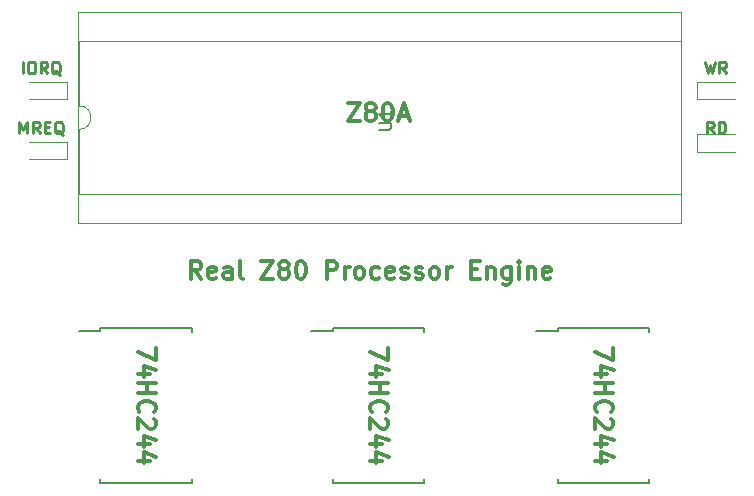
<source format=gbr>
G04 #@! TF.FileFunction,Legend,Top*
%FSLAX46Y46*%
G04 Gerber Fmt 4.6, Leading zero omitted, Abs format (unit mm)*
G04 Created by KiCad (PCBNEW 4.0.7) date 01/21/18 10:34:35*
%MOMM*%
%LPD*%
G01*
G04 APERTURE LIST*
%ADD10C,0.100000*%
%ADD11C,0.300000*%
%ADD12C,0.250000*%
%ADD13C,0.120000*%
%ADD14C,0.150000*%
G04 APERTURE END LIST*
D10*
D11*
X144966429Y-92897144D02*
X144966429Y-93897144D01*
X143466429Y-93254287D01*
X144466429Y-95111429D02*
X143466429Y-95111429D01*
X145037857Y-94754286D02*
X143966429Y-94397143D01*
X143966429Y-95325715D01*
X143466429Y-95897143D02*
X144966429Y-95897143D01*
X144252143Y-95897143D02*
X144252143Y-96754286D01*
X143466429Y-96754286D02*
X144966429Y-96754286D01*
X143609286Y-98325715D02*
X143537857Y-98254286D01*
X143466429Y-98040000D01*
X143466429Y-97897143D01*
X143537857Y-97682858D01*
X143680714Y-97540000D01*
X143823571Y-97468572D01*
X144109286Y-97397143D01*
X144323571Y-97397143D01*
X144609286Y-97468572D01*
X144752143Y-97540000D01*
X144895000Y-97682858D01*
X144966429Y-97897143D01*
X144966429Y-98040000D01*
X144895000Y-98254286D01*
X144823571Y-98325715D01*
X144823571Y-98897143D02*
X144895000Y-98968572D01*
X144966429Y-99111429D01*
X144966429Y-99468572D01*
X144895000Y-99611429D01*
X144823571Y-99682858D01*
X144680714Y-99754286D01*
X144537857Y-99754286D01*
X144323571Y-99682858D01*
X143466429Y-98825715D01*
X143466429Y-99754286D01*
X144466429Y-101040000D02*
X143466429Y-101040000D01*
X145037857Y-100682857D02*
X143966429Y-100325714D01*
X143966429Y-101254286D01*
X144466429Y-102468571D02*
X143466429Y-102468571D01*
X145037857Y-102111428D02*
X143966429Y-101754285D01*
X143966429Y-102682857D01*
X125916429Y-92897144D02*
X125916429Y-93897144D01*
X124416429Y-93254287D01*
X125416429Y-95111429D02*
X124416429Y-95111429D01*
X125987857Y-94754286D02*
X124916429Y-94397143D01*
X124916429Y-95325715D01*
X124416429Y-95897143D02*
X125916429Y-95897143D01*
X125202143Y-95897143D02*
X125202143Y-96754286D01*
X124416429Y-96754286D02*
X125916429Y-96754286D01*
X124559286Y-98325715D02*
X124487857Y-98254286D01*
X124416429Y-98040000D01*
X124416429Y-97897143D01*
X124487857Y-97682858D01*
X124630714Y-97540000D01*
X124773571Y-97468572D01*
X125059286Y-97397143D01*
X125273571Y-97397143D01*
X125559286Y-97468572D01*
X125702143Y-97540000D01*
X125845000Y-97682858D01*
X125916429Y-97897143D01*
X125916429Y-98040000D01*
X125845000Y-98254286D01*
X125773571Y-98325715D01*
X125773571Y-98897143D02*
X125845000Y-98968572D01*
X125916429Y-99111429D01*
X125916429Y-99468572D01*
X125845000Y-99611429D01*
X125773571Y-99682858D01*
X125630714Y-99754286D01*
X125487857Y-99754286D01*
X125273571Y-99682858D01*
X124416429Y-98825715D01*
X124416429Y-99754286D01*
X125416429Y-101040000D02*
X124416429Y-101040000D01*
X125987857Y-100682857D02*
X124916429Y-100325714D01*
X124916429Y-101254286D01*
X125416429Y-102468571D02*
X124416429Y-102468571D01*
X125987857Y-102111428D02*
X124916429Y-101754285D01*
X124916429Y-102682857D01*
X106231429Y-92897144D02*
X106231429Y-93897144D01*
X104731429Y-93254287D01*
X105731429Y-95111429D02*
X104731429Y-95111429D01*
X106302857Y-94754286D02*
X105231429Y-94397143D01*
X105231429Y-95325715D01*
X104731429Y-95897143D02*
X106231429Y-95897143D01*
X105517143Y-95897143D02*
X105517143Y-96754286D01*
X104731429Y-96754286D02*
X106231429Y-96754286D01*
X104874286Y-98325715D02*
X104802857Y-98254286D01*
X104731429Y-98040000D01*
X104731429Y-97897143D01*
X104802857Y-97682858D01*
X104945714Y-97540000D01*
X105088571Y-97468572D01*
X105374286Y-97397143D01*
X105588571Y-97397143D01*
X105874286Y-97468572D01*
X106017143Y-97540000D01*
X106160000Y-97682858D01*
X106231429Y-97897143D01*
X106231429Y-98040000D01*
X106160000Y-98254286D01*
X106088571Y-98325715D01*
X106088571Y-98897143D02*
X106160000Y-98968572D01*
X106231429Y-99111429D01*
X106231429Y-99468572D01*
X106160000Y-99611429D01*
X106088571Y-99682858D01*
X105945714Y-99754286D01*
X105802857Y-99754286D01*
X105588571Y-99682858D01*
X104731429Y-98825715D01*
X104731429Y-99754286D01*
X105731429Y-101040000D02*
X104731429Y-101040000D01*
X106302857Y-100682857D02*
X105231429Y-100325714D01*
X105231429Y-101254286D01*
X105731429Y-102468571D02*
X104731429Y-102468571D01*
X106302857Y-102111428D02*
X105231429Y-101754285D01*
X105231429Y-102682857D01*
X122523573Y-72203571D02*
X123523573Y-72203571D01*
X122523573Y-73703571D01*
X123523573Y-73703571D01*
X124309287Y-72846429D02*
X124166429Y-72775000D01*
X124095001Y-72703571D01*
X124023572Y-72560714D01*
X124023572Y-72489286D01*
X124095001Y-72346429D01*
X124166429Y-72275000D01*
X124309287Y-72203571D01*
X124595001Y-72203571D01*
X124737858Y-72275000D01*
X124809287Y-72346429D01*
X124880715Y-72489286D01*
X124880715Y-72560714D01*
X124809287Y-72703571D01*
X124737858Y-72775000D01*
X124595001Y-72846429D01*
X124309287Y-72846429D01*
X124166429Y-72917857D01*
X124095001Y-72989286D01*
X124023572Y-73132143D01*
X124023572Y-73417857D01*
X124095001Y-73560714D01*
X124166429Y-73632143D01*
X124309287Y-73703571D01*
X124595001Y-73703571D01*
X124737858Y-73632143D01*
X124809287Y-73560714D01*
X124880715Y-73417857D01*
X124880715Y-73132143D01*
X124809287Y-72989286D01*
X124737858Y-72917857D01*
X124595001Y-72846429D01*
X125809286Y-72203571D02*
X125952143Y-72203571D01*
X126095000Y-72275000D01*
X126166429Y-72346429D01*
X126237858Y-72489286D01*
X126309286Y-72775000D01*
X126309286Y-73132143D01*
X126237858Y-73417857D01*
X126166429Y-73560714D01*
X126095000Y-73632143D01*
X125952143Y-73703571D01*
X125809286Y-73703571D01*
X125666429Y-73632143D01*
X125595000Y-73560714D01*
X125523572Y-73417857D01*
X125452143Y-73132143D01*
X125452143Y-72775000D01*
X125523572Y-72489286D01*
X125595000Y-72346429D01*
X125666429Y-72275000D01*
X125809286Y-72203571D01*
X126880714Y-73275000D02*
X127595000Y-73275000D01*
X126737857Y-73703571D02*
X127237857Y-72203571D01*
X127737857Y-73703571D01*
X110102859Y-87038571D02*
X109602859Y-86324286D01*
X109245716Y-87038571D02*
X109245716Y-85538571D01*
X109817144Y-85538571D01*
X109960002Y-85610000D01*
X110031430Y-85681429D01*
X110102859Y-85824286D01*
X110102859Y-86038571D01*
X110031430Y-86181429D01*
X109960002Y-86252857D01*
X109817144Y-86324286D01*
X109245716Y-86324286D01*
X111317144Y-86967143D02*
X111174287Y-87038571D01*
X110888573Y-87038571D01*
X110745716Y-86967143D01*
X110674287Y-86824286D01*
X110674287Y-86252857D01*
X110745716Y-86110000D01*
X110888573Y-86038571D01*
X111174287Y-86038571D01*
X111317144Y-86110000D01*
X111388573Y-86252857D01*
X111388573Y-86395714D01*
X110674287Y-86538571D01*
X112674287Y-87038571D02*
X112674287Y-86252857D01*
X112602858Y-86110000D01*
X112460001Y-86038571D01*
X112174287Y-86038571D01*
X112031430Y-86110000D01*
X112674287Y-86967143D02*
X112531430Y-87038571D01*
X112174287Y-87038571D01*
X112031430Y-86967143D01*
X111960001Y-86824286D01*
X111960001Y-86681429D01*
X112031430Y-86538571D01*
X112174287Y-86467143D01*
X112531430Y-86467143D01*
X112674287Y-86395714D01*
X113602859Y-87038571D02*
X113460001Y-86967143D01*
X113388573Y-86824286D01*
X113388573Y-85538571D01*
X115174287Y-85538571D02*
X116174287Y-85538571D01*
X115174287Y-87038571D01*
X116174287Y-87038571D01*
X116960001Y-86181429D02*
X116817143Y-86110000D01*
X116745715Y-86038571D01*
X116674286Y-85895714D01*
X116674286Y-85824286D01*
X116745715Y-85681429D01*
X116817143Y-85610000D01*
X116960001Y-85538571D01*
X117245715Y-85538571D01*
X117388572Y-85610000D01*
X117460001Y-85681429D01*
X117531429Y-85824286D01*
X117531429Y-85895714D01*
X117460001Y-86038571D01*
X117388572Y-86110000D01*
X117245715Y-86181429D01*
X116960001Y-86181429D01*
X116817143Y-86252857D01*
X116745715Y-86324286D01*
X116674286Y-86467143D01*
X116674286Y-86752857D01*
X116745715Y-86895714D01*
X116817143Y-86967143D01*
X116960001Y-87038571D01*
X117245715Y-87038571D01*
X117388572Y-86967143D01*
X117460001Y-86895714D01*
X117531429Y-86752857D01*
X117531429Y-86467143D01*
X117460001Y-86324286D01*
X117388572Y-86252857D01*
X117245715Y-86181429D01*
X118460000Y-85538571D02*
X118602857Y-85538571D01*
X118745714Y-85610000D01*
X118817143Y-85681429D01*
X118888572Y-85824286D01*
X118960000Y-86110000D01*
X118960000Y-86467143D01*
X118888572Y-86752857D01*
X118817143Y-86895714D01*
X118745714Y-86967143D01*
X118602857Y-87038571D01*
X118460000Y-87038571D01*
X118317143Y-86967143D01*
X118245714Y-86895714D01*
X118174286Y-86752857D01*
X118102857Y-86467143D01*
X118102857Y-86110000D01*
X118174286Y-85824286D01*
X118245714Y-85681429D01*
X118317143Y-85610000D01*
X118460000Y-85538571D01*
X120745714Y-87038571D02*
X120745714Y-85538571D01*
X121317142Y-85538571D01*
X121460000Y-85610000D01*
X121531428Y-85681429D01*
X121602857Y-85824286D01*
X121602857Y-86038571D01*
X121531428Y-86181429D01*
X121460000Y-86252857D01*
X121317142Y-86324286D01*
X120745714Y-86324286D01*
X122245714Y-87038571D02*
X122245714Y-86038571D01*
X122245714Y-86324286D02*
X122317142Y-86181429D01*
X122388571Y-86110000D01*
X122531428Y-86038571D01*
X122674285Y-86038571D01*
X123388571Y-87038571D02*
X123245713Y-86967143D01*
X123174285Y-86895714D01*
X123102856Y-86752857D01*
X123102856Y-86324286D01*
X123174285Y-86181429D01*
X123245713Y-86110000D01*
X123388571Y-86038571D01*
X123602856Y-86038571D01*
X123745713Y-86110000D01*
X123817142Y-86181429D01*
X123888571Y-86324286D01*
X123888571Y-86752857D01*
X123817142Y-86895714D01*
X123745713Y-86967143D01*
X123602856Y-87038571D01*
X123388571Y-87038571D01*
X125174285Y-86967143D02*
X125031428Y-87038571D01*
X124745714Y-87038571D01*
X124602856Y-86967143D01*
X124531428Y-86895714D01*
X124459999Y-86752857D01*
X124459999Y-86324286D01*
X124531428Y-86181429D01*
X124602856Y-86110000D01*
X124745714Y-86038571D01*
X125031428Y-86038571D01*
X125174285Y-86110000D01*
X126388570Y-86967143D02*
X126245713Y-87038571D01*
X125959999Y-87038571D01*
X125817142Y-86967143D01*
X125745713Y-86824286D01*
X125745713Y-86252857D01*
X125817142Y-86110000D01*
X125959999Y-86038571D01*
X126245713Y-86038571D01*
X126388570Y-86110000D01*
X126459999Y-86252857D01*
X126459999Y-86395714D01*
X125745713Y-86538571D01*
X127031427Y-86967143D02*
X127174284Y-87038571D01*
X127459999Y-87038571D01*
X127602856Y-86967143D01*
X127674284Y-86824286D01*
X127674284Y-86752857D01*
X127602856Y-86610000D01*
X127459999Y-86538571D01*
X127245713Y-86538571D01*
X127102856Y-86467143D01*
X127031427Y-86324286D01*
X127031427Y-86252857D01*
X127102856Y-86110000D01*
X127245713Y-86038571D01*
X127459999Y-86038571D01*
X127602856Y-86110000D01*
X128245713Y-86967143D02*
X128388570Y-87038571D01*
X128674285Y-87038571D01*
X128817142Y-86967143D01*
X128888570Y-86824286D01*
X128888570Y-86752857D01*
X128817142Y-86610000D01*
X128674285Y-86538571D01*
X128459999Y-86538571D01*
X128317142Y-86467143D01*
X128245713Y-86324286D01*
X128245713Y-86252857D01*
X128317142Y-86110000D01*
X128459999Y-86038571D01*
X128674285Y-86038571D01*
X128817142Y-86110000D01*
X129745714Y-87038571D02*
X129602856Y-86967143D01*
X129531428Y-86895714D01*
X129459999Y-86752857D01*
X129459999Y-86324286D01*
X129531428Y-86181429D01*
X129602856Y-86110000D01*
X129745714Y-86038571D01*
X129959999Y-86038571D01*
X130102856Y-86110000D01*
X130174285Y-86181429D01*
X130245714Y-86324286D01*
X130245714Y-86752857D01*
X130174285Y-86895714D01*
X130102856Y-86967143D01*
X129959999Y-87038571D01*
X129745714Y-87038571D01*
X130888571Y-87038571D02*
X130888571Y-86038571D01*
X130888571Y-86324286D02*
X130959999Y-86181429D01*
X131031428Y-86110000D01*
X131174285Y-86038571D01*
X131317142Y-86038571D01*
X132959999Y-86252857D02*
X133459999Y-86252857D01*
X133674285Y-87038571D02*
X132959999Y-87038571D01*
X132959999Y-85538571D01*
X133674285Y-85538571D01*
X134317142Y-86038571D02*
X134317142Y-87038571D01*
X134317142Y-86181429D02*
X134388570Y-86110000D01*
X134531428Y-86038571D01*
X134745713Y-86038571D01*
X134888570Y-86110000D01*
X134959999Y-86252857D01*
X134959999Y-87038571D01*
X136317142Y-86038571D02*
X136317142Y-87252857D01*
X136245713Y-87395714D01*
X136174285Y-87467143D01*
X136031428Y-87538571D01*
X135817142Y-87538571D01*
X135674285Y-87467143D01*
X136317142Y-86967143D02*
X136174285Y-87038571D01*
X135888571Y-87038571D01*
X135745713Y-86967143D01*
X135674285Y-86895714D01*
X135602856Y-86752857D01*
X135602856Y-86324286D01*
X135674285Y-86181429D01*
X135745713Y-86110000D01*
X135888571Y-86038571D01*
X136174285Y-86038571D01*
X136317142Y-86110000D01*
X137031428Y-87038571D02*
X137031428Y-86038571D01*
X137031428Y-85538571D02*
X136959999Y-85610000D01*
X137031428Y-85681429D01*
X137102856Y-85610000D01*
X137031428Y-85538571D01*
X137031428Y-85681429D01*
X137745714Y-86038571D02*
X137745714Y-87038571D01*
X137745714Y-86181429D02*
X137817142Y-86110000D01*
X137960000Y-86038571D01*
X138174285Y-86038571D01*
X138317142Y-86110000D01*
X138388571Y-86252857D01*
X138388571Y-87038571D01*
X139674285Y-86967143D02*
X139531428Y-87038571D01*
X139245714Y-87038571D01*
X139102857Y-86967143D01*
X139031428Y-86824286D01*
X139031428Y-86252857D01*
X139102857Y-86110000D01*
X139245714Y-86038571D01*
X139531428Y-86038571D01*
X139674285Y-86110000D01*
X139745714Y-86252857D01*
X139745714Y-86395714D01*
X139031428Y-86538571D01*
D12*
X94972381Y-69667381D02*
X94972381Y-68667381D01*
X95639047Y-68667381D02*
X95829524Y-68667381D01*
X95924762Y-68715000D01*
X96020000Y-68810238D01*
X96067619Y-69000714D01*
X96067619Y-69334048D01*
X96020000Y-69524524D01*
X95924762Y-69619762D01*
X95829524Y-69667381D01*
X95639047Y-69667381D01*
X95543809Y-69619762D01*
X95448571Y-69524524D01*
X95400952Y-69334048D01*
X95400952Y-69000714D01*
X95448571Y-68810238D01*
X95543809Y-68715000D01*
X95639047Y-68667381D01*
X97067619Y-69667381D02*
X96734285Y-69191190D01*
X96496190Y-69667381D02*
X96496190Y-68667381D01*
X96877143Y-68667381D01*
X96972381Y-68715000D01*
X97020000Y-68762619D01*
X97067619Y-68857857D01*
X97067619Y-69000714D01*
X97020000Y-69095952D01*
X96972381Y-69143571D01*
X96877143Y-69191190D01*
X96496190Y-69191190D01*
X98162857Y-69762619D02*
X98067619Y-69715000D01*
X97972381Y-69619762D01*
X97829524Y-69476905D01*
X97734285Y-69429286D01*
X97639047Y-69429286D01*
X97686666Y-69667381D02*
X97591428Y-69619762D01*
X97496190Y-69524524D01*
X97448571Y-69334048D01*
X97448571Y-69000714D01*
X97496190Y-68810238D01*
X97591428Y-68715000D01*
X97686666Y-68667381D01*
X97877143Y-68667381D01*
X97972381Y-68715000D01*
X98067619Y-68810238D01*
X98115238Y-69000714D01*
X98115238Y-69334048D01*
X98067619Y-69524524D01*
X97972381Y-69619762D01*
X97877143Y-69667381D01*
X97686666Y-69667381D01*
X94710476Y-74747381D02*
X94710476Y-73747381D01*
X95043810Y-74461667D01*
X95377143Y-73747381D01*
X95377143Y-74747381D01*
X96424762Y-74747381D02*
X96091428Y-74271190D01*
X95853333Y-74747381D02*
X95853333Y-73747381D01*
X96234286Y-73747381D01*
X96329524Y-73795000D01*
X96377143Y-73842619D01*
X96424762Y-73937857D01*
X96424762Y-74080714D01*
X96377143Y-74175952D01*
X96329524Y-74223571D01*
X96234286Y-74271190D01*
X95853333Y-74271190D01*
X96853333Y-74223571D02*
X97186667Y-74223571D01*
X97329524Y-74747381D02*
X96853333Y-74747381D01*
X96853333Y-73747381D01*
X97329524Y-73747381D01*
X98424762Y-74842619D02*
X98329524Y-74795000D01*
X98234286Y-74699762D01*
X98091429Y-74556905D01*
X97996190Y-74509286D01*
X97900952Y-74509286D01*
X97948571Y-74747381D02*
X97853333Y-74699762D01*
X97758095Y-74604524D01*
X97710476Y-74414048D01*
X97710476Y-74080714D01*
X97758095Y-73890238D01*
X97853333Y-73795000D01*
X97948571Y-73747381D01*
X98139048Y-73747381D01*
X98234286Y-73795000D01*
X98329524Y-73890238D01*
X98377143Y-74080714D01*
X98377143Y-74414048D01*
X98329524Y-74604524D01*
X98234286Y-74699762D01*
X98139048Y-74747381D01*
X97948571Y-74747381D01*
X152741429Y-68667381D02*
X152979524Y-69667381D01*
X153170001Y-68953095D01*
X153360477Y-69667381D01*
X153598572Y-68667381D01*
X154550953Y-69667381D02*
X154217619Y-69191190D01*
X153979524Y-69667381D02*
X153979524Y-68667381D01*
X154360477Y-68667381D01*
X154455715Y-68715000D01*
X154503334Y-68762619D01*
X154550953Y-68857857D01*
X154550953Y-69000714D01*
X154503334Y-69095952D01*
X154455715Y-69143571D01*
X154360477Y-69191190D01*
X153979524Y-69191190D01*
X153479524Y-74747381D02*
X153146190Y-74271190D01*
X152908095Y-74747381D02*
X152908095Y-73747381D01*
X153289048Y-73747381D01*
X153384286Y-73795000D01*
X153431905Y-73842619D01*
X153479524Y-73937857D01*
X153479524Y-74080714D01*
X153431905Y-74175952D01*
X153384286Y-74223571D01*
X153289048Y-74271190D01*
X152908095Y-74271190D01*
X153908095Y-74747381D02*
X153908095Y-73747381D01*
X154146190Y-73747381D01*
X154289048Y-73795000D01*
X154384286Y-73890238D01*
X154431905Y-73985476D01*
X154479524Y-74175952D01*
X154479524Y-74318810D01*
X154431905Y-74509286D01*
X154384286Y-74604524D01*
X154289048Y-74699762D01*
X154146190Y-74747381D01*
X153908095Y-74747381D01*
D13*
X99762000Y-72406000D02*
G75*
G02X99762000Y-74406000I0J-1000000D01*
G01*
X99762000Y-74406000D02*
X99762000Y-79866000D01*
X99762000Y-79866000D02*
X150682000Y-79866000D01*
X150682000Y-79866000D02*
X150682000Y-66946000D01*
X150682000Y-66946000D02*
X99762000Y-66946000D01*
X99762000Y-66946000D02*
X99762000Y-72406000D01*
X99702000Y-82356000D02*
X150742000Y-82356000D01*
X150742000Y-82356000D02*
X150742000Y-64456000D01*
X150742000Y-64456000D02*
X99702000Y-64456000D01*
X99702000Y-64456000D02*
X99702000Y-82356000D01*
D14*
X140270000Y-91215000D02*
X140270000Y-91465000D01*
X148020000Y-91215000D02*
X148020000Y-91550000D01*
X148020000Y-104365000D02*
X148020000Y-104030000D01*
X140270000Y-104365000D02*
X140270000Y-104030000D01*
X140270000Y-91215000D02*
X148020000Y-91215000D01*
X140270000Y-104365000D02*
X148020000Y-104365000D01*
X140270000Y-91465000D02*
X138470000Y-91465000D01*
X101535000Y-91215000D02*
X101535000Y-91465000D01*
X109285000Y-91215000D02*
X109285000Y-91550000D01*
X109285000Y-104365000D02*
X109285000Y-104030000D01*
X101535000Y-104365000D02*
X101535000Y-104030000D01*
X101535000Y-91215000D02*
X109285000Y-91215000D01*
X101535000Y-104365000D02*
X109285000Y-104365000D01*
X101535000Y-91465000D02*
X99735000Y-91465000D01*
X121220000Y-91215000D02*
X121220000Y-91465000D01*
X128970000Y-91215000D02*
X128970000Y-91550000D01*
X128970000Y-104365000D02*
X128970000Y-104030000D01*
X121220000Y-104365000D02*
X121220000Y-104030000D01*
X121220000Y-91215000D02*
X128970000Y-91215000D01*
X121220000Y-104365000D02*
X128970000Y-104365000D01*
X121220000Y-91465000D02*
X119420000Y-91465000D01*
D13*
X95520000Y-75450000D02*
X98720000Y-75450000D01*
X98720000Y-76950000D02*
X95520000Y-76950000D01*
X98720000Y-76950000D02*
X98720000Y-75450000D01*
X95520000Y-70370000D02*
X98720000Y-70370000D01*
X98720000Y-71870000D02*
X95520000Y-71870000D01*
X98720000Y-71870000D02*
X98720000Y-70370000D01*
X155305000Y-76315000D02*
X152105000Y-76315000D01*
X152105000Y-74815000D02*
X155305000Y-74815000D01*
X152105000Y-74815000D02*
X152105000Y-76315000D01*
X155305000Y-71870000D02*
X152105000Y-71870000D01*
X152105000Y-70370000D02*
X155305000Y-70370000D01*
X152105000Y-70370000D02*
X152105000Y-71870000D01*
D14*
X125182381Y-74421905D02*
X125991905Y-74421905D01*
X126087143Y-74374286D01*
X126134762Y-74326667D01*
X126182381Y-74231429D01*
X126182381Y-74040952D01*
X126134762Y-73945714D01*
X126087143Y-73898095D01*
X125991905Y-73850476D01*
X125182381Y-73850476D01*
X126182381Y-72850476D02*
X126182381Y-73421905D01*
X126182381Y-73136191D02*
X125182381Y-73136191D01*
X125325238Y-73231429D01*
X125420476Y-73326667D01*
X125468095Y-73421905D01*
M02*

</source>
